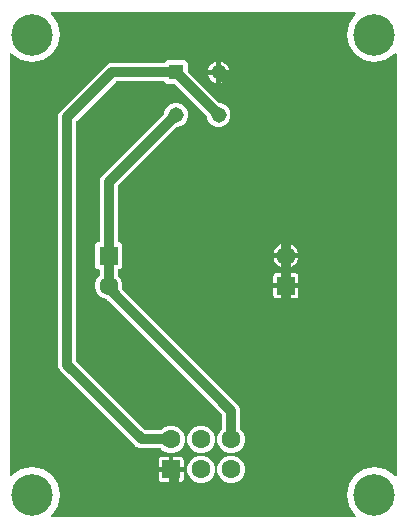
<source format=gbr>
G04 EAGLE Gerber RS-274X export*
G75*
%MOMM*%
%FSLAX34Y34*%
%LPD*%
%INBottom Copper*%
%IPPOS*%
%AMOC8*
5,1,8,0,0,1.08239X$1,22.5*%
G01*
%ADD10R,1.308000X1.308000*%
%ADD11C,1.308000*%
%ADD12R,1.605000X1.605000*%
%ADD13C,1.605000*%
%ADD14C,3.516000*%
%ADD15C,0.812800*%

G36*
X283270Y-8805D02*
X283270Y-8805D01*
X283399Y-8790D01*
X283410Y-8785D01*
X283421Y-8783D01*
X283539Y-8730D01*
X283659Y-8679D01*
X283667Y-8672D01*
X283678Y-8667D01*
X283776Y-8583D01*
X283877Y-8501D01*
X283883Y-8491D01*
X283892Y-8484D01*
X283963Y-8375D01*
X284037Y-8268D01*
X284040Y-8257D01*
X284047Y-8248D01*
X284084Y-8124D01*
X284125Y-8000D01*
X284126Y-7989D01*
X284129Y-7978D01*
X284131Y-7849D01*
X284135Y-7719D01*
X284133Y-7707D01*
X284133Y-7696D01*
X284098Y-7571D01*
X284066Y-7445D01*
X284061Y-7435D01*
X284058Y-7424D01*
X283989Y-7314D01*
X283924Y-7202D01*
X283916Y-7195D01*
X283909Y-7184D01*
X283700Y-6995D01*
X283698Y-6994D01*
X283697Y-6993D01*
X283283Y-6717D01*
X278158Y953D01*
X276359Y10000D01*
X278158Y19047D01*
X283283Y26717D01*
X290953Y31842D01*
X300000Y33641D01*
X309047Y31842D01*
X316717Y26717D01*
X316993Y26303D01*
X317080Y26206D01*
X317164Y26108D01*
X317174Y26102D01*
X317181Y26093D01*
X317291Y26025D01*
X317400Y25953D01*
X317411Y25950D01*
X317421Y25944D01*
X317546Y25909D01*
X317670Y25871D01*
X317681Y25871D01*
X317692Y25868D01*
X317822Y25869D01*
X317952Y25867D01*
X317963Y25870D01*
X317974Y25870D01*
X318098Y25908D01*
X318224Y25942D01*
X318233Y25948D01*
X318244Y25952D01*
X318353Y26022D01*
X318464Y26091D01*
X318471Y26099D01*
X318481Y26105D01*
X318566Y26204D01*
X318653Y26300D01*
X318658Y26310D01*
X318665Y26319D01*
X318719Y26437D01*
X318776Y26554D01*
X318777Y26564D01*
X318782Y26575D01*
X318823Y26854D01*
X318823Y26856D01*
X318823Y26858D01*
X318823Y383142D01*
X318805Y383270D01*
X318790Y383399D01*
X318785Y383410D01*
X318783Y383421D01*
X318730Y383539D01*
X318679Y383659D01*
X318672Y383667D01*
X318667Y383678D01*
X318583Y383776D01*
X318501Y383877D01*
X318491Y383883D01*
X318484Y383892D01*
X318375Y383963D01*
X318268Y384037D01*
X318257Y384040D01*
X318248Y384047D01*
X318124Y384084D01*
X318000Y384125D01*
X317989Y384126D01*
X317978Y384129D01*
X317849Y384131D01*
X317719Y384135D01*
X317707Y384133D01*
X317696Y384133D01*
X317571Y384098D01*
X317445Y384066D01*
X317435Y384061D01*
X317424Y384058D01*
X317314Y383989D01*
X317202Y383924D01*
X317195Y383916D01*
X317184Y383909D01*
X316995Y383700D01*
X316994Y383698D01*
X316993Y383697D01*
X316717Y383283D01*
X309047Y378158D01*
X300000Y376359D01*
X290953Y378158D01*
X283283Y383283D01*
X278158Y390953D01*
X276359Y400000D01*
X278158Y409047D01*
X283283Y416717D01*
X283697Y416993D01*
X283794Y417080D01*
X283892Y417164D01*
X283898Y417174D01*
X283907Y417181D01*
X283975Y417291D01*
X284047Y417400D01*
X284050Y417411D01*
X284056Y417421D01*
X284091Y417546D01*
X284129Y417670D01*
X284129Y417681D01*
X284132Y417692D01*
X284131Y417822D01*
X284133Y417952D01*
X284130Y417963D01*
X284130Y417974D01*
X284092Y418098D01*
X284058Y418224D01*
X284052Y418233D01*
X284048Y418244D01*
X283978Y418353D01*
X283909Y418464D01*
X283901Y418471D01*
X283895Y418481D01*
X283796Y418566D01*
X283700Y418653D01*
X283690Y418658D01*
X283681Y418665D01*
X283563Y418719D01*
X283446Y418776D01*
X283436Y418777D01*
X283425Y418782D01*
X283146Y418823D01*
X283144Y418823D01*
X283142Y418823D01*
X26858Y418823D01*
X26730Y418805D01*
X26601Y418790D01*
X26590Y418785D01*
X26579Y418783D01*
X26461Y418730D01*
X26341Y418679D01*
X26333Y418672D01*
X26322Y418667D01*
X26224Y418583D01*
X26123Y418501D01*
X26117Y418491D01*
X26108Y418484D01*
X26037Y418375D01*
X25963Y418268D01*
X25960Y418257D01*
X25953Y418248D01*
X25916Y418124D01*
X25875Y418000D01*
X25874Y417989D01*
X25871Y417978D01*
X25869Y417849D01*
X25865Y417719D01*
X25867Y417707D01*
X25867Y417696D01*
X25902Y417571D01*
X25934Y417445D01*
X25939Y417435D01*
X25942Y417424D01*
X26011Y417314D01*
X26076Y417202D01*
X26084Y417195D01*
X26091Y417184D01*
X26300Y416995D01*
X26302Y416994D01*
X26303Y416993D01*
X26717Y416717D01*
X31842Y409047D01*
X33641Y400000D01*
X31842Y390953D01*
X26717Y383283D01*
X19047Y378158D01*
X10000Y376359D01*
X953Y378158D01*
X-6717Y383283D01*
X-6993Y383697D01*
X-7080Y383794D01*
X-7164Y383892D01*
X-7174Y383898D01*
X-7181Y383907D01*
X-7291Y383975D01*
X-7400Y384047D01*
X-7411Y384050D01*
X-7421Y384056D01*
X-7546Y384091D01*
X-7670Y384129D01*
X-7681Y384129D01*
X-7692Y384132D01*
X-7822Y384131D01*
X-7952Y384133D01*
X-7963Y384130D01*
X-7974Y384130D01*
X-8098Y384092D01*
X-8224Y384058D01*
X-8233Y384052D01*
X-8244Y384048D01*
X-8353Y383978D01*
X-8464Y383909D01*
X-8471Y383901D01*
X-8481Y383895D01*
X-8566Y383796D01*
X-8653Y383700D01*
X-8658Y383690D01*
X-8665Y383681D01*
X-8719Y383563D01*
X-8776Y383446D01*
X-8777Y383436D01*
X-8782Y383425D01*
X-8823Y383146D01*
X-8823Y383144D01*
X-8823Y383142D01*
X-8823Y26858D01*
X-8805Y26730D01*
X-8790Y26601D01*
X-8785Y26590D01*
X-8783Y26579D01*
X-8730Y26461D01*
X-8679Y26341D01*
X-8672Y26333D01*
X-8667Y26322D01*
X-8583Y26224D01*
X-8501Y26123D01*
X-8491Y26117D01*
X-8484Y26108D01*
X-8375Y26037D01*
X-8268Y25963D01*
X-8257Y25960D01*
X-8248Y25953D01*
X-8124Y25916D01*
X-8000Y25875D01*
X-7989Y25874D01*
X-7978Y25871D01*
X-7849Y25869D01*
X-7719Y25865D01*
X-7707Y25867D01*
X-7696Y25867D01*
X-7571Y25902D01*
X-7445Y25934D01*
X-7435Y25939D01*
X-7424Y25942D01*
X-7314Y26011D01*
X-7202Y26076D01*
X-7195Y26084D01*
X-7184Y26091D01*
X-6995Y26300D01*
X-6994Y26302D01*
X-6993Y26303D01*
X-6717Y26717D01*
X953Y31842D01*
X10000Y33641D01*
X19047Y31842D01*
X26717Y26717D01*
X31842Y19047D01*
X33641Y10000D01*
X31842Y953D01*
X26717Y-6717D01*
X26303Y-6993D01*
X26206Y-7080D01*
X26108Y-7164D01*
X26102Y-7174D01*
X26093Y-7181D01*
X26025Y-7291D01*
X25953Y-7400D01*
X25950Y-7411D01*
X25944Y-7421D01*
X25909Y-7546D01*
X25871Y-7670D01*
X25871Y-7681D01*
X25868Y-7692D01*
X25869Y-7822D01*
X25867Y-7952D01*
X25870Y-7963D01*
X25870Y-7974D01*
X25908Y-8098D01*
X25942Y-8224D01*
X25948Y-8233D01*
X25952Y-8244D01*
X26022Y-8353D01*
X26091Y-8464D01*
X26099Y-8471D01*
X26105Y-8481D01*
X26204Y-8566D01*
X26300Y-8653D01*
X26310Y-8658D01*
X26319Y-8665D01*
X26437Y-8719D01*
X26554Y-8776D01*
X26564Y-8777D01*
X26575Y-8782D01*
X26854Y-8823D01*
X26856Y-8823D01*
X26858Y-8823D01*
X283142Y-8823D01*
X283270Y-8805D01*
G37*
%LPC*%
G36*
X125507Y45674D02*
X125507Y45674D01*
X121271Y47429D01*
X119358Y49343D01*
X119281Y49400D01*
X119209Y49465D01*
X119168Y49485D01*
X119132Y49512D01*
X119042Y49546D01*
X118956Y49588D01*
X118914Y49594D01*
X118868Y49611D01*
X118740Y49621D01*
X118651Y49635D01*
X101295Y49635D01*
X98515Y50787D01*
X33587Y115715D01*
X32435Y118495D01*
X32435Y331505D01*
X33587Y334285D01*
X73715Y374413D01*
X76495Y375565D01*
X121120Y375565D01*
X121215Y375578D01*
X121311Y375583D01*
X121354Y375598D01*
X121399Y375605D01*
X121487Y375644D01*
X121578Y375676D01*
X121612Y375701D01*
X121656Y375721D01*
X121753Y375804D01*
X121827Y375857D01*
X124010Y378041D01*
X139990Y378041D01*
X142041Y375990D01*
X142041Y369071D01*
X142054Y368976D01*
X142059Y368880D01*
X142074Y368837D01*
X142081Y368792D01*
X142120Y368705D01*
X142152Y368614D01*
X142177Y368579D01*
X142197Y368535D01*
X142280Y368438D01*
X142333Y368365D01*
X168365Y342333D01*
X168442Y342276D01*
X168513Y342211D01*
X168554Y342191D01*
X168590Y342164D01*
X168680Y342130D01*
X168767Y342088D01*
X168809Y342082D01*
X168854Y342065D01*
X168982Y342055D01*
X169071Y342041D01*
X169997Y342041D01*
X173688Y340512D01*
X176512Y337688D01*
X178041Y333997D01*
X178041Y330003D01*
X176512Y326312D01*
X173688Y323488D01*
X169997Y321959D01*
X166003Y321959D01*
X162312Y323488D01*
X159488Y326312D01*
X157959Y330003D01*
X157959Y330929D01*
X157950Y330992D01*
X157951Y331050D01*
X157943Y331079D01*
X157941Y331120D01*
X157926Y331163D01*
X157919Y331208D01*
X157888Y331277D01*
X157876Y331321D01*
X157864Y331340D01*
X157848Y331386D01*
X157823Y331421D01*
X157803Y331465D01*
X157746Y331531D01*
X157728Y331561D01*
X157706Y331581D01*
X157667Y331635D01*
X131635Y357667D01*
X131558Y357724D01*
X131487Y357789D01*
X131446Y357809D01*
X131410Y357836D01*
X131320Y357870D01*
X131233Y357912D01*
X131191Y357918D01*
X131146Y357935D01*
X131018Y357945D01*
X130929Y357959D01*
X124010Y357959D01*
X121827Y360143D01*
X121750Y360200D01*
X121678Y360265D01*
X121637Y360285D01*
X121601Y360312D01*
X121511Y360346D01*
X121425Y360388D01*
X121383Y360394D01*
X121337Y360411D01*
X121210Y360421D01*
X121120Y360435D01*
X81547Y360435D01*
X81452Y360422D01*
X81356Y360417D01*
X81313Y360402D01*
X81268Y360395D01*
X81181Y360356D01*
X81090Y360324D01*
X81055Y360299D01*
X81011Y360279D01*
X80914Y360196D01*
X80841Y360143D01*
X47857Y327159D01*
X47800Y327082D01*
X47735Y327011D01*
X47715Y326970D01*
X47688Y326934D01*
X47654Y326844D01*
X47612Y326757D01*
X47606Y326715D01*
X47589Y326670D01*
X47579Y326542D01*
X47565Y326453D01*
X47565Y123547D01*
X47578Y123452D01*
X47583Y123356D01*
X47598Y123313D01*
X47605Y123268D01*
X47644Y123181D01*
X47676Y123090D01*
X47701Y123055D01*
X47721Y123011D01*
X47804Y122914D01*
X47857Y122841D01*
X105641Y65057D01*
X105718Y65000D01*
X105789Y64935D01*
X105830Y64915D01*
X105866Y64888D01*
X105956Y64854D01*
X106043Y64812D01*
X106085Y64806D01*
X106130Y64789D01*
X106258Y64779D01*
X106347Y64765D01*
X118651Y64765D01*
X118746Y64778D01*
X118842Y64783D01*
X118885Y64798D01*
X118930Y64805D01*
X119018Y64844D01*
X119109Y64876D01*
X119143Y64901D01*
X119187Y64921D01*
X119284Y65004D01*
X119358Y65057D01*
X121271Y66971D01*
X125507Y68726D01*
X130093Y68726D01*
X134329Y66971D01*
X137571Y63729D01*
X139326Y59493D01*
X139326Y54907D01*
X137571Y50671D01*
X134329Y47429D01*
X130093Y45674D01*
X125507Y45674D01*
G37*
%LPD*%
%LPC*%
G36*
X176307Y45674D02*
X176307Y45674D01*
X172071Y47429D01*
X168829Y50671D01*
X167074Y54907D01*
X167074Y59493D01*
X168829Y63729D01*
X170743Y65642D01*
X170800Y65719D01*
X170865Y65791D01*
X170885Y65832D01*
X170912Y65868D01*
X170946Y65958D01*
X170988Y66044D01*
X170994Y66086D01*
X171011Y66132D01*
X171021Y66260D01*
X171035Y66349D01*
X171035Y77853D01*
X171022Y77948D01*
X171017Y78044D01*
X171002Y78087D01*
X170995Y78132D01*
X170956Y78219D01*
X170924Y78310D01*
X170899Y78345D01*
X170879Y78389D01*
X170796Y78486D01*
X170743Y78559D01*
X73820Y175482D01*
X73744Y175539D01*
X73672Y175604D01*
X73631Y175624D01*
X73595Y175651D01*
X73505Y175685D01*
X73418Y175727D01*
X73376Y175733D01*
X73331Y175750D01*
X73203Y175760D01*
X73114Y175774D01*
X72707Y175774D01*
X68471Y177529D01*
X65229Y180771D01*
X63474Y185007D01*
X63474Y189593D01*
X65229Y193829D01*
X67143Y195742D01*
X67200Y195819D01*
X67265Y195891D01*
X67285Y195932D01*
X67312Y195968D01*
X67346Y196058D01*
X67388Y196144D01*
X67394Y196186D01*
X67411Y196232D01*
X67421Y196360D01*
X67435Y196449D01*
X67435Y200175D01*
X67426Y200239D01*
X67427Y200303D01*
X67406Y200378D01*
X67395Y200454D01*
X67369Y200513D01*
X67352Y200575D01*
X67311Y200641D01*
X67279Y200711D01*
X67237Y200760D01*
X67204Y200815D01*
X67146Y200867D01*
X67096Y200925D01*
X67042Y200961D01*
X66994Y201004D01*
X66925Y201037D01*
X66860Y201080D01*
X66798Y201099D01*
X66741Y201127D01*
X66671Y201138D01*
X66590Y201162D01*
X66505Y201163D01*
X66436Y201174D01*
X65525Y201174D01*
X63474Y203225D01*
X63474Y222175D01*
X65525Y224226D01*
X66436Y224226D01*
X66500Y224235D01*
X66564Y224234D01*
X66639Y224255D01*
X66715Y224266D01*
X66774Y224292D01*
X66836Y224309D01*
X66902Y224350D01*
X66972Y224382D01*
X67021Y224424D01*
X67076Y224457D01*
X67128Y224515D01*
X67186Y224565D01*
X67222Y224619D01*
X67265Y224667D01*
X67298Y224736D01*
X67341Y224801D01*
X67360Y224863D01*
X67388Y224920D01*
X67399Y224990D01*
X67423Y225071D01*
X67424Y225156D01*
X67435Y225225D01*
X67435Y276505D01*
X68587Y279285D01*
X121667Y332365D01*
X121724Y332442D01*
X121789Y332513D01*
X121809Y332554D01*
X121836Y332590D01*
X121870Y332680D01*
X121912Y332767D01*
X121918Y332809D01*
X121935Y332854D01*
X121945Y332982D01*
X121959Y333071D01*
X121959Y333997D01*
X123488Y337688D01*
X126312Y340512D01*
X130003Y342041D01*
X133997Y342041D01*
X137688Y340512D01*
X140512Y337688D01*
X142041Y333997D01*
X142041Y330003D01*
X140512Y326312D01*
X137688Y323488D01*
X133997Y321959D01*
X133071Y321959D01*
X132976Y321946D01*
X132880Y321941D01*
X132837Y321926D01*
X132792Y321919D01*
X132705Y321880D01*
X132614Y321848D01*
X132579Y321823D01*
X132535Y321803D01*
X132438Y321720D01*
X132365Y321667D01*
X82857Y272159D01*
X82800Y272082D01*
X82735Y272011D01*
X82715Y271970D01*
X82688Y271934D01*
X82654Y271844D01*
X82612Y271757D01*
X82606Y271715D01*
X82589Y271670D01*
X82579Y271542D01*
X82565Y271453D01*
X82565Y225225D01*
X82574Y225161D01*
X82573Y225097D01*
X82594Y225022D01*
X82605Y224946D01*
X82631Y224887D01*
X82648Y224825D01*
X82689Y224759D01*
X82721Y224689D01*
X82763Y224640D01*
X82796Y224585D01*
X82854Y224533D01*
X82904Y224475D01*
X82958Y224439D01*
X83006Y224396D01*
X83075Y224363D01*
X83140Y224320D01*
X83202Y224301D01*
X83259Y224273D01*
X83329Y224262D01*
X83410Y224238D01*
X83495Y224237D01*
X83564Y224226D01*
X84475Y224226D01*
X86526Y222175D01*
X86526Y203225D01*
X84475Y201174D01*
X83564Y201174D01*
X83500Y201165D01*
X83436Y201166D01*
X83361Y201145D01*
X83285Y201134D01*
X83226Y201108D01*
X83164Y201091D01*
X83098Y201050D01*
X83028Y201018D01*
X82979Y200976D01*
X82924Y200943D01*
X82872Y200885D01*
X82814Y200835D01*
X82778Y200781D01*
X82735Y200733D01*
X82702Y200664D01*
X82659Y200599D01*
X82640Y200537D01*
X82612Y200480D01*
X82601Y200410D01*
X82577Y200329D01*
X82576Y200244D01*
X82565Y200175D01*
X82565Y196449D01*
X82578Y196354D01*
X82583Y196258D01*
X82598Y196215D01*
X82605Y196170D01*
X82644Y196082D01*
X82676Y195991D01*
X82701Y195957D01*
X82721Y195913D01*
X82804Y195816D01*
X82857Y195742D01*
X84771Y193829D01*
X86526Y189593D01*
X86526Y185000D01*
X86499Y184888D01*
X86467Y184761D01*
X86467Y184751D01*
X86465Y184742D01*
X86471Y184609D01*
X86476Y184479D01*
X86479Y184470D01*
X86479Y184460D01*
X86522Y184335D01*
X86563Y184211D01*
X86568Y184203D01*
X86572Y184194D01*
X86617Y184132D01*
X86722Y183978D01*
X86741Y183962D01*
X86753Y183945D01*
X185013Y85685D01*
X186165Y82905D01*
X186165Y66349D01*
X186178Y66254D01*
X186183Y66158D01*
X186198Y66115D01*
X186205Y66070D01*
X186244Y65982D01*
X186276Y65891D01*
X186301Y65857D01*
X186321Y65813D01*
X186404Y65716D01*
X186457Y65642D01*
X188371Y63729D01*
X190126Y59493D01*
X190126Y54907D01*
X188371Y50671D01*
X185129Y47429D01*
X180893Y45674D01*
X176307Y45674D01*
G37*
%LPD*%
%LPC*%
G36*
X150907Y20274D02*
X150907Y20274D01*
X146671Y22029D01*
X143429Y25271D01*
X141674Y29507D01*
X141674Y34093D01*
X143429Y38329D01*
X146671Y41571D01*
X150907Y43326D01*
X155493Y43326D01*
X159729Y41571D01*
X162971Y38329D01*
X164726Y34093D01*
X164726Y29507D01*
X162971Y25271D01*
X159729Y22029D01*
X155493Y20274D01*
X150907Y20274D01*
G37*
%LPD*%
%LPC*%
G36*
X176307Y20274D02*
X176307Y20274D01*
X172071Y22029D01*
X168829Y25271D01*
X167074Y29507D01*
X167074Y34093D01*
X168829Y38329D01*
X172071Y41571D01*
X176307Y43326D01*
X180893Y43326D01*
X185129Y41571D01*
X188371Y38329D01*
X190126Y34093D01*
X190126Y29507D01*
X188371Y25271D01*
X185129Y22029D01*
X180893Y20274D01*
X176307Y20274D01*
G37*
%LPD*%
%LPC*%
G36*
X150907Y45674D02*
X150907Y45674D01*
X146671Y47429D01*
X143429Y50671D01*
X141674Y54907D01*
X141674Y59493D01*
X143429Y63729D01*
X146671Y66971D01*
X150907Y68726D01*
X155493Y68726D01*
X159729Y66971D01*
X162971Y63729D01*
X164726Y59493D01*
X164726Y54907D01*
X162971Y50671D01*
X159729Y47429D01*
X155493Y45674D01*
X150907Y45674D01*
G37*
%LPD*%
%LPC*%
G36*
X226999Y189299D02*
X226999Y189299D01*
X226999Y197866D01*
X233360Y197866D01*
X234006Y197693D01*
X234585Y197358D01*
X235058Y196885D01*
X235393Y196306D01*
X235566Y195660D01*
X235566Y189299D01*
X226999Y189299D01*
G37*
%LPD*%
%LPC*%
G36*
X129799Y33799D02*
X129799Y33799D01*
X129799Y42366D01*
X136160Y42366D01*
X136806Y42193D01*
X137385Y41858D01*
X137858Y41385D01*
X138193Y40806D01*
X138366Y40160D01*
X138366Y33799D01*
X129799Y33799D01*
G37*
%LPD*%
%LPC*%
G36*
X226999Y176734D02*
X226999Y176734D01*
X226999Y185301D01*
X235566Y185301D01*
X235566Y178940D01*
X235393Y178294D01*
X235058Y177715D01*
X234585Y177242D01*
X234006Y176907D01*
X233360Y176734D01*
X226999Y176734D01*
G37*
%LPD*%
%LPC*%
G36*
X129799Y21234D02*
X129799Y21234D01*
X129799Y29801D01*
X138366Y29801D01*
X138366Y23440D01*
X138193Y22794D01*
X137858Y22215D01*
X137385Y21742D01*
X136806Y21407D01*
X136160Y21234D01*
X129799Y21234D01*
G37*
%LPD*%
%LPC*%
G36*
X117234Y33799D02*
X117234Y33799D01*
X117234Y40160D01*
X117407Y40806D01*
X117742Y41385D01*
X118215Y41858D01*
X118794Y42193D01*
X119440Y42366D01*
X125801Y42366D01*
X125801Y33799D01*
X117234Y33799D01*
G37*
%LPD*%
%LPC*%
G36*
X214434Y189299D02*
X214434Y189299D01*
X214434Y195660D01*
X214607Y196306D01*
X214942Y196885D01*
X215415Y197358D01*
X215994Y197693D01*
X216640Y197866D01*
X223001Y197866D01*
X223001Y189299D01*
X214434Y189299D01*
G37*
%LPD*%
%LPC*%
G36*
X119440Y21234D02*
X119440Y21234D01*
X118794Y21407D01*
X118215Y21742D01*
X117742Y22215D01*
X117407Y22794D01*
X117234Y23440D01*
X117234Y29801D01*
X125801Y29801D01*
X125801Y21234D01*
X119440Y21234D01*
G37*
%LPD*%
%LPC*%
G36*
X216640Y176734D02*
X216640Y176734D01*
X215994Y176907D01*
X215415Y177242D01*
X214942Y177715D01*
X214607Y178294D01*
X214434Y178940D01*
X214434Y185301D01*
X223001Y185301D01*
X223001Y176734D01*
X216640Y176734D01*
G37*
%LPD*%
%LPC*%
G36*
X226999Y214699D02*
X226999Y214699D01*
X226999Y223081D01*
X227474Y223006D01*
X229056Y222492D01*
X230538Y221737D01*
X231883Y220759D01*
X233059Y219583D01*
X234037Y218238D01*
X234792Y216756D01*
X235306Y215174D01*
X235381Y214699D01*
X226999Y214699D01*
G37*
%LPD*%
%LPC*%
G36*
X226999Y210701D02*
X226999Y210701D01*
X235381Y210701D01*
X235306Y210226D01*
X234792Y208644D01*
X234037Y207162D01*
X233059Y205817D01*
X231883Y204641D01*
X230538Y203663D01*
X229056Y202908D01*
X227474Y202394D01*
X226999Y202319D01*
X226999Y210701D01*
G37*
%LPD*%
%LPC*%
G36*
X214619Y214699D02*
X214619Y214699D01*
X214694Y215174D01*
X215208Y216756D01*
X215963Y218238D01*
X216941Y219583D01*
X218117Y220759D01*
X219462Y221737D01*
X220944Y222492D01*
X222526Y223006D01*
X223001Y223081D01*
X223001Y214699D01*
X214619Y214699D01*
G37*
%LPD*%
%LPC*%
G36*
X222526Y202394D02*
X222526Y202394D01*
X220944Y202908D01*
X219462Y203663D01*
X218117Y204641D01*
X216941Y205817D01*
X215963Y207162D01*
X215208Y208644D01*
X214694Y210226D01*
X214619Y210701D01*
X223001Y210701D01*
X223001Y202319D01*
X222526Y202394D01*
G37*
%LPD*%
%LPC*%
G36*
X169999Y369999D02*
X169999Y369999D01*
X169999Y376861D01*
X170649Y376732D01*
X172301Y376047D01*
X173789Y375053D01*
X175053Y373789D01*
X176047Y372301D01*
X176732Y370649D01*
X176861Y369999D01*
X169999Y369999D01*
G37*
%LPD*%
%LPC*%
G36*
X169999Y366001D02*
X169999Y366001D01*
X176861Y366001D01*
X176732Y365351D01*
X176047Y363699D01*
X175053Y362211D01*
X173789Y360947D01*
X172301Y359953D01*
X170649Y359268D01*
X169999Y359139D01*
X169999Y366001D01*
G37*
%LPD*%
%LPC*%
G36*
X159139Y369999D02*
X159139Y369999D01*
X159268Y370649D01*
X159953Y372301D01*
X160947Y373789D01*
X162211Y375053D01*
X163699Y376047D01*
X165351Y376732D01*
X166001Y376861D01*
X166001Y369999D01*
X159139Y369999D01*
G37*
%LPD*%
%LPC*%
G36*
X165351Y359268D02*
X165351Y359268D01*
X163699Y359953D01*
X162211Y360947D01*
X160947Y362211D01*
X159953Y363699D01*
X159268Y365351D01*
X159139Y366001D01*
X166001Y366001D01*
X166001Y359139D01*
X165351Y359268D01*
G37*
%LPD*%
%LPC*%
G36*
X224999Y212699D02*
X224999Y212699D01*
X224999Y212701D01*
X225001Y212701D01*
X225001Y212699D01*
X224999Y212699D01*
G37*
%LPD*%
%LPC*%
G36*
X167999Y367999D02*
X167999Y367999D01*
X167999Y368001D01*
X168001Y368001D01*
X168001Y367999D01*
X167999Y367999D01*
G37*
%LPD*%
%LPC*%
G36*
X127799Y31799D02*
X127799Y31799D01*
X127799Y31801D01*
X127801Y31801D01*
X127801Y31799D01*
X127799Y31799D01*
G37*
%LPD*%
%LPC*%
G36*
X224999Y187299D02*
X224999Y187299D01*
X224999Y187301D01*
X225001Y187301D01*
X225001Y187299D01*
X224999Y187299D01*
G37*
%LPD*%
D10*
X132000Y368000D03*
D11*
X132000Y332000D03*
X168000Y332000D03*
X168000Y368000D03*
D12*
X127800Y31800D03*
D13*
X127800Y57200D03*
X153200Y31800D03*
X153200Y57200D03*
X178600Y31800D03*
X178600Y57200D03*
D12*
X75000Y212700D03*
D13*
X75000Y187300D03*
D12*
X225000Y187300D03*
D13*
X225000Y212700D03*
D14*
X300000Y10000D03*
X10000Y10000D03*
X300000Y400000D03*
X10000Y400000D03*
D15*
X127800Y31800D02*
X130000Y29600D01*
X130000Y10000D01*
X140000Y0D01*
X200000Y0D01*
X225000Y25000D01*
X225000Y187300D01*
X225000Y212700D01*
X225000Y311000D01*
X168000Y368000D01*
X127800Y57200D02*
X102800Y57200D01*
X40000Y120000D01*
X78000Y368000D02*
X132000Y368000D01*
X40000Y330000D02*
X40000Y120000D01*
X40000Y330000D02*
X78000Y368000D01*
X132000Y368000D02*
X168000Y332000D01*
X178600Y81400D02*
X178600Y57200D01*
X75000Y185000D02*
X75000Y187300D01*
X75000Y185000D02*
X178600Y81400D01*
X75000Y187300D02*
X75000Y212700D01*
X75000Y275000D01*
X132000Y332000D01*
M02*

</source>
